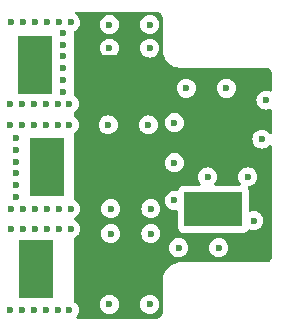
<source format=gbr>
%TF.GenerationSoftware,KiCad,Pcbnew,8.0.7*%
%TF.CreationDate,2025-04-11T01:52:17-04:00*%
%TF.ProjectId,1M_3F,314d5f33-462e-46b6-9963-61645f706362,rev?*%
%TF.SameCoordinates,Original*%
%TF.FileFunction,Copper,L5,Inr*%
%TF.FilePolarity,Positive*%
%FSLAX46Y46*%
G04 Gerber Fmt 4.6, Leading zero omitted, Abs format (unit mm)*
G04 Created by KiCad (PCBNEW 8.0.7) date 2025-04-11 01:52:17*
%MOMM*%
%LPD*%
G01*
G04 APERTURE LIST*
%TA.AperFunction,ComponentPad*%
%ADD10R,3.000000X5.000000*%
%TD*%
%TA.AperFunction,ComponentPad*%
%ADD11R,5.000000X3.000000*%
%TD*%
%TA.AperFunction,ViaPad*%
%ADD12C,0.600000*%
%TD*%
G04 APERTURE END LIST*
D10*
%TO.N,Net-(J1-Pin_1)*%
%TO.C,J1*%
X97207100Y-47653300D03*
D11*
%TO.N,GND*%
X102844600Y-47040800D03*
%TD*%
D10*
%TO.N,Net-(J1-Pin_1)*%
%TO.C,J3*%
X96275000Y-56262500D03*
D11*
%TO.N,GND*%
X102912500Y-56875000D03*
%TD*%
%TO.N,Net-(J1-Pin_1)*%
%TO.C,J4*%
X111287500Y-51247500D03*
D10*
%TO.N,GND*%
X111900000Y-44610000D03*
%TD*%
%TO.N,Net-(J1-Pin_1)*%
%TO.C,J2*%
X96200000Y-39050000D03*
D11*
%TO.N,GND*%
X102837500Y-39662500D03*
%TD*%
D12*
%TO.N,GND*%
X114100000Y-54500000D03*
%TO.N,Net-(J1-Pin_1)*%
X108350000Y-54500000D03*
X111750000Y-54500000D03*
%TO.N,GND*%
X110100000Y-54500000D03*
X110750000Y-41000000D03*
X100800000Y-59300000D03*
X112500000Y-48500000D03*
X104200000Y-35600000D03*
X104300000Y-51200000D03*
X104100000Y-44100000D03*
X100700000Y-44100000D03*
X100900000Y-51200000D03*
X104300000Y-53300000D03*
X108000000Y-52200000D03*
X100800000Y-35600000D03*
X115400000Y-47000000D03*
X104200000Y-37600000D03*
X108000000Y-42200000D03*
X108000000Y-45600000D03*
X104200000Y-59300000D03*
X100800000Y-37600000D03*
X114700000Y-50500000D03*
X109100000Y-48500000D03*
X100900000Y-53300000D03*
X115400000Y-43600000D03*
X114750000Y-41000000D03*
%TO.N,Net-(J1-Pin_1)*%
X94600000Y-46200000D03*
X94600000Y-50200000D03*
X95100000Y-42300000D03*
X108000000Y-50500000D03*
X97200000Y-52900000D03*
X98600000Y-38300000D03*
X96100000Y-59800000D03*
X99200000Y-35400000D03*
X102600000Y-53300000D03*
X115400000Y-45300000D03*
X95200000Y-52900000D03*
X94200000Y-51200000D03*
X95100000Y-44100000D03*
X99200000Y-51200000D03*
X94600000Y-45200000D03*
X98100000Y-42300000D03*
X115750000Y-42000000D03*
X108000000Y-47300000D03*
X112400000Y-41000000D03*
X95200000Y-35400000D03*
X102600000Y-51200000D03*
X99100000Y-44100000D03*
X102400000Y-44100000D03*
X98100000Y-44100000D03*
X99100000Y-42300000D03*
X96200000Y-52900000D03*
X97200000Y-35400000D03*
X108000000Y-43900000D03*
X97200000Y-51200000D03*
X96200000Y-35400000D03*
X94200000Y-52900000D03*
X99100000Y-59800000D03*
X94100000Y-59800000D03*
X99200000Y-52900000D03*
X105900000Y-37600000D03*
X98600000Y-36300000D03*
X110800000Y-48500000D03*
X98600000Y-39300000D03*
X102500000Y-35600000D03*
X96100000Y-42300000D03*
X98200000Y-35400000D03*
X98600000Y-40300000D03*
X98600000Y-37300000D03*
X102500000Y-59300000D03*
X94100000Y-44100000D03*
X106000000Y-51200000D03*
X98100000Y-59800000D03*
X94600000Y-49200000D03*
X105800000Y-44100000D03*
X94100000Y-42300000D03*
X97100000Y-44100000D03*
X109000000Y-41000000D03*
X105900000Y-59300000D03*
X95100000Y-59800000D03*
X96100000Y-44100000D03*
X114700000Y-52200000D03*
X97100000Y-59800000D03*
X97100000Y-42300000D03*
X114200000Y-48500000D03*
X94600000Y-47200000D03*
X106000000Y-53300000D03*
X98200000Y-52900000D03*
X94600000Y-48200000D03*
X95200000Y-51200000D03*
X96200000Y-51200000D03*
X98200000Y-51200000D03*
X102500000Y-37600000D03*
X105900000Y-35600000D03*
X98600000Y-41300000D03*
X94200000Y-35400000D03*
%TD*%
%TA.AperFunction,Conductor*%
%TO.N,GND*%
G36*
X106506922Y-34501280D02*
G01*
X106597266Y-34511459D01*
X106624331Y-34517636D01*
X106703540Y-34545352D01*
X106728553Y-34557398D01*
X106799606Y-34602043D01*
X106821313Y-34619355D01*
X106880644Y-34678686D01*
X106897957Y-34700395D01*
X106942600Y-34771444D01*
X106954648Y-34796462D01*
X106982362Y-34875666D01*
X106988540Y-34902735D01*
X106998720Y-34993076D01*
X106999500Y-35006961D01*
X106999500Y-37857317D01*
X107030044Y-38069764D01*
X107030047Y-38069774D01*
X107090517Y-38275715D01*
X107179672Y-38470938D01*
X107179679Y-38470951D01*
X107295720Y-38651514D01*
X107436275Y-38813724D01*
X107560277Y-38921172D01*
X107598487Y-38954281D01*
X107714831Y-39029050D01*
X107779048Y-39070320D01*
X107779061Y-39070327D01*
X107974284Y-39159482D01*
X107974288Y-39159483D01*
X107974290Y-39159484D01*
X108180231Y-39219954D01*
X108180232Y-39219954D01*
X108180235Y-39219955D01*
X108243584Y-39229062D01*
X108392682Y-39250500D01*
X108434108Y-39250500D01*
X115684108Y-39250500D01*
X115743038Y-39250500D01*
X115756922Y-39251280D01*
X115847266Y-39261459D01*
X115874331Y-39267636D01*
X115953540Y-39295352D01*
X115978553Y-39307398D01*
X116049606Y-39352043D01*
X116071313Y-39369355D01*
X116130644Y-39428686D01*
X116147957Y-39450395D01*
X116192600Y-39521444D01*
X116204648Y-39546462D01*
X116232362Y-39625666D01*
X116238540Y-39652735D01*
X116248720Y-39743076D01*
X116249500Y-39756961D01*
X116249500Y-41151928D01*
X116229815Y-41218967D01*
X116177011Y-41264722D01*
X116107853Y-41274666D01*
X116084546Y-41268970D01*
X115929257Y-41214632D01*
X115929249Y-41214630D01*
X115750004Y-41194435D01*
X115749996Y-41194435D01*
X115570750Y-41214630D01*
X115570745Y-41214631D01*
X115400476Y-41274211D01*
X115247737Y-41370184D01*
X115120184Y-41497737D01*
X115024211Y-41650476D01*
X114964631Y-41820745D01*
X114964630Y-41820750D01*
X114944435Y-41999996D01*
X114944435Y-42000003D01*
X114964630Y-42179249D01*
X114964631Y-42179254D01*
X115024211Y-42349523D01*
X115105724Y-42479249D01*
X115120184Y-42502262D01*
X115247738Y-42629816D01*
X115400478Y-42725789D01*
X115570739Y-42785366D01*
X115570745Y-42785368D01*
X115570750Y-42785369D01*
X115749996Y-42805565D01*
X115750000Y-42805565D01*
X115750004Y-42805565D01*
X115929249Y-42785369D01*
X115929251Y-42785368D01*
X115929255Y-42785368D01*
X115929258Y-42785366D01*
X115929262Y-42785366D01*
X116084545Y-42731030D01*
X116154324Y-42727468D01*
X116214951Y-42762196D01*
X116247179Y-42824190D01*
X116249500Y-42848071D01*
X116249500Y-44718841D01*
X116229815Y-44785880D01*
X116177011Y-44831635D01*
X116107853Y-44841579D01*
X116044297Y-44812554D01*
X116034770Y-44802631D01*
X116034740Y-44802662D01*
X115902262Y-44670184D01*
X115749523Y-44574211D01*
X115579254Y-44514631D01*
X115579249Y-44514630D01*
X115400004Y-44494435D01*
X115399996Y-44494435D01*
X115220750Y-44514630D01*
X115220745Y-44514631D01*
X115050476Y-44574211D01*
X114897737Y-44670184D01*
X114770184Y-44797737D01*
X114674211Y-44950476D01*
X114614631Y-45120745D01*
X114614630Y-45120750D01*
X114594435Y-45299996D01*
X114594435Y-45300003D01*
X114614630Y-45479249D01*
X114614631Y-45479254D01*
X114674211Y-45649523D01*
X114744166Y-45760855D01*
X114770184Y-45802262D01*
X114897738Y-45929816D01*
X115050478Y-46025789D01*
X115220745Y-46085368D01*
X115220750Y-46085369D01*
X115399996Y-46105565D01*
X115400000Y-46105565D01*
X115400004Y-46105565D01*
X115579249Y-46085369D01*
X115579252Y-46085368D01*
X115579255Y-46085368D01*
X115749522Y-46025789D01*
X115902262Y-45929816D01*
X116029816Y-45802262D01*
X116029816Y-45802261D01*
X116034740Y-45797338D01*
X116036011Y-45798609D01*
X116085740Y-45763705D01*
X116155552Y-45760855D01*
X116215822Y-45796200D01*
X116247416Y-45858518D01*
X116249500Y-45881158D01*
X116249500Y-55243038D01*
X116248720Y-55256923D01*
X116238540Y-55347264D01*
X116232362Y-55374333D01*
X116204648Y-55453537D01*
X116192600Y-55478555D01*
X116147957Y-55549604D01*
X116130644Y-55571313D01*
X116071313Y-55630644D01*
X116049604Y-55647957D01*
X115978555Y-55692600D01*
X115953537Y-55704648D01*
X115874333Y-55732362D01*
X115847264Y-55738540D01*
X115767075Y-55747576D01*
X115756921Y-55748720D01*
X115743038Y-55749500D01*
X108392682Y-55749500D01*
X108180235Y-55780044D01*
X108180225Y-55780047D01*
X107974284Y-55840517D01*
X107779061Y-55929672D01*
X107779048Y-55929679D01*
X107598485Y-56045720D01*
X107436275Y-56186275D01*
X107295720Y-56348485D01*
X107179679Y-56529048D01*
X107179672Y-56529061D01*
X107090517Y-56724284D01*
X107030047Y-56930225D01*
X107030044Y-56930235D01*
X106999500Y-57142682D01*
X106999500Y-59993038D01*
X106998720Y-60006923D01*
X106988540Y-60097264D01*
X106982362Y-60124333D01*
X106954648Y-60203537D01*
X106942600Y-60228555D01*
X106897957Y-60299604D01*
X106880644Y-60321313D01*
X106821313Y-60380644D01*
X106799604Y-60397957D01*
X106728555Y-60442600D01*
X106703537Y-60454648D01*
X106624333Y-60482362D01*
X106597264Y-60488540D01*
X106517075Y-60497576D01*
X106506921Y-60498720D01*
X106493038Y-60499500D01*
X99830012Y-60499500D01*
X99762973Y-60479815D01*
X99717218Y-60427011D01*
X99707274Y-60357853D01*
X99728194Y-60309467D01*
X99726111Y-60308158D01*
X99776129Y-60228555D01*
X99825789Y-60149522D01*
X99885368Y-59979255D01*
X99890455Y-59934108D01*
X99905565Y-59800003D01*
X99905565Y-59799996D01*
X99885369Y-59620750D01*
X99885368Y-59620745D01*
X99825789Y-59450478D01*
X99731235Y-59299996D01*
X101694435Y-59299996D01*
X101694435Y-59300003D01*
X101714630Y-59479249D01*
X101714631Y-59479254D01*
X101774211Y-59649523D01*
X101868760Y-59799996D01*
X101870184Y-59802262D01*
X101997738Y-59929816D01*
X102150478Y-60025789D01*
X102320745Y-60085368D01*
X102320750Y-60085369D01*
X102499996Y-60105565D01*
X102500000Y-60105565D01*
X102500004Y-60105565D01*
X102679249Y-60085369D01*
X102679252Y-60085368D01*
X102679255Y-60085368D01*
X102849522Y-60025789D01*
X103002262Y-59929816D01*
X103129816Y-59802262D01*
X103225789Y-59649522D01*
X103285368Y-59479255D01*
X103285369Y-59479249D01*
X103305565Y-59300003D01*
X103305565Y-59299996D01*
X105094435Y-59299996D01*
X105094435Y-59300003D01*
X105114630Y-59479249D01*
X105114631Y-59479254D01*
X105174211Y-59649523D01*
X105268760Y-59799996D01*
X105270184Y-59802262D01*
X105397738Y-59929816D01*
X105550478Y-60025789D01*
X105720745Y-60085368D01*
X105720750Y-60085369D01*
X105899996Y-60105565D01*
X105900000Y-60105565D01*
X105900004Y-60105565D01*
X106079249Y-60085369D01*
X106079252Y-60085368D01*
X106079255Y-60085368D01*
X106249522Y-60025789D01*
X106402262Y-59929816D01*
X106529816Y-59802262D01*
X106625789Y-59649522D01*
X106685368Y-59479255D01*
X106685369Y-59479249D01*
X106705565Y-59300003D01*
X106705565Y-59299996D01*
X106685369Y-59120750D01*
X106685368Y-59120745D01*
X106669085Y-59074211D01*
X106625789Y-58950478D01*
X106529816Y-58797738D01*
X106402262Y-58670184D01*
X106249523Y-58574211D01*
X106079254Y-58514631D01*
X106079249Y-58514630D01*
X105900004Y-58494435D01*
X105899996Y-58494435D01*
X105720750Y-58514630D01*
X105720745Y-58514631D01*
X105550476Y-58574211D01*
X105397737Y-58670184D01*
X105270184Y-58797737D01*
X105174211Y-58950476D01*
X105114631Y-59120745D01*
X105114630Y-59120750D01*
X105094435Y-59299996D01*
X103305565Y-59299996D01*
X103285369Y-59120750D01*
X103285368Y-59120745D01*
X103269085Y-59074211D01*
X103225789Y-58950478D01*
X103129816Y-58797738D01*
X103002262Y-58670184D01*
X102849523Y-58574211D01*
X102679254Y-58514631D01*
X102679249Y-58514630D01*
X102500004Y-58494435D01*
X102499996Y-58494435D01*
X102320750Y-58514630D01*
X102320745Y-58514631D01*
X102150476Y-58574211D01*
X101997737Y-58670184D01*
X101870184Y-58797737D01*
X101774211Y-58950476D01*
X101714631Y-59120745D01*
X101714630Y-59120750D01*
X101694435Y-59299996D01*
X99731235Y-59299996D01*
X99729816Y-59297738D01*
X99602262Y-59170184D01*
X99602260Y-59170182D01*
X99602258Y-59170181D01*
X99558027Y-59142388D01*
X99511736Y-59090053D01*
X99500000Y-59037395D01*
X99500000Y-54499996D01*
X107544435Y-54499996D01*
X107544435Y-54500003D01*
X107564630Y-54679249D01*
X107564631Y-54679254D01*
X107624211Y-54849523D01*
X107720184Y-55002262D01*
X107847738Y-55129816D01*
X108000478Y-55225789D01*
X108089454Y-55256923D01*
X108170745Y-55285368D01*
X108170750Y-55285369D01*
X108349996Y-55305565D01*
X108350000Y-55305565D01*
X108350004Y-55305565D01*
X108529249Y-55285369D01*
X108529252Y-55285368D01*
X108529255Y-55285368D01*
X108699522Y-55225789D01*
X108852262Y-55129816D01*
X108979816Y-55002262D01*
X109075789Y-54849522D01*
X109135368Y-54679255D01*
X109155565Y-54500000D01*
X109155565Y-54499996D01*
X110944435Y-54499996D01*
X110944435Y-54500003D01*
X110964630Y-54679249D01*
X110964631Y-54679254D01*
X111024211Y-54849523D01*
X111120184Y-55002262D01*
X111247738Y-55129816D01*
X111400478Y-55225789D01*
X111489454Y-55256923D01*
X111570745Y-55285368D01*
X111570750Y-55285369D01*
X111749996Y-55305565D01*
X111750000Y-55305565D01*
X111750004Y-55305565D01*
X111929249Y-55285369D01*
X111929252Y-55285368D01*
X111929255Y-55285368D01*
X112099522Y-55225789D01*
X112252262Y-55129816D01*
X112379816Y-55002262D01*
X112475789Y-54849522D01*
X112535368Y-54679255D01*
X112555565Y-54500000D01*
X112535368Y-54320745D01*
X112475789Y-54150478D01*
X112379816Y-53997738D01*
X112252262Y-53870184D01*
X112099523Y-53774211D01*
X111929254Y-53714631D01*
X111929249Y-53714630D01*
X111750004Y-53694435D01*
X111749996Y-53694435D01*
X111570750Y-53714630D01*
X111570745Y-53714631D01*
X111400476Y-53774211D01*
X111247737Y-53870184D01*
X111120184Y-53997737D01*
X111024211Y-54150476D01*
X110964631Y-54320745D01*
X110964630Y-54320750D01*
X110944435Y-54499996D01*
X109155565Y-54499996D01*
X109135368Y-54320745D01*
X109075789Y-54150478D01*
X108979816Y-53997738D01*
X108852262Y-53870184D01*
X108699523Y-53774211D01*
X108529254Y-53714631D01*
X108529249Y-53714630D01*
X108350004Y-53694435D01*
X108349996Y-53694435D01*
X108170750Y-53714630D01*
X108170745Y-53714631D01*
X108000476Y-53774211D01*
X107847737Y-53870184D01*
X107720184Y-53997737D01*
X107624211Y-54150476D01*
X107564631Y-54320745D01*
X107564630Y-54320750D01*
X107544435Y-54499996D01*
X99500000Y-54499996D01*
X99500000Y-53725437D01*
X99519685Y-53658398D01*
X99558024Y-53620446D01*
X99702262Y-53529816D01*
X99829816Y-53402262D01*
X99894074Y-53299996D01*
X101794435Y-53299996D01*
X101794435Y-53300003D01*
X101814630Y-53479249D01*
X101814631Y-53479254D01*
X101874211Y-53649523D01*
X101952558Y-53774211D01*
X101970184Y-53802262D01*
X102097738Y-53929816D01*
X102188080Y-53986582D01*
X102205833Y-53997737D01*
X102250478Y-54025789D01*
X102420745Y-54085368D01*
X102420750Y-54085369D01*
X102599996Y-54105565D01*
X102600000Y-54105565D01*
X102600004Y-54105565D01*
X102779249Y-54085369D01*
X102779252Y-54085368D01*
X102779255Y-54085368D01*
X102949522Y-54025789D01*
X103102262Y-53929816D01*
X103229816Y-53802262D01*
X103325789Y-53649522D01*
X103385368Y-53479255D01*
X103405565Y-53300000D01*
X103405565Y-53299996D01*
X105194435Y-53299996D01*
X105194435Y-53300003D01*
X105214630Y-53479249D01*
X105214631Y-53479254D01*
X105274211Y-53649523D01*
X105352558Y-53774211D01*
X105370184Y-53802262D01*
X105497738Y-53929816D01*
X105588080Y-53986582D01*
X105605833Y-53997737D01*
X105650478Y-54025789D01*
X105820745Y-54085368D01*
X105820750Y-54085369D01*
X105999996Y-54105565D01*
X106000000Y-54105565D01*
X106000004Y-54105565D01*
X106179249Y-54085369D01*
X106179252Y-54085368D01*
X106179255Y-54085368D01*
X106349522Y-54025789D01*
X106502262Y-53929816D01*
X106629816Y-53802262D01*
X106725789Y-53649522D01*
X106785368Y-53479255D01*
X106805565Y-53300000D01*
X106799706Y-53248000D01*
X106785369Y-53120750D01*
X106785368Y-53120745D01*
X106745065Y-53005565D01*
X106725789Y-52950478D01*
X106721734Y-52944025D01*
X106629815Y-52797737D01*
X106502262Y-52670184D01*
X106349523Y-52574211D01*
X106179254Y-52514631D01*
X106179249Y-52514630D01*
X106000004Y-52494435D01*
X105999996Y-52494435D01*
X105820750Y-52514630D01*
X105820745Y-52514631D01*
X105650476Y-52574211D01*
X105497737Y-52670184D01*
X105370184Y-52797737D01*
X105274211Y-52950476D01*
X105214631Y-53120745D01*
X105214630Y-53120750D01*
X105194435Y-53299996D01*
X103405565Y-53299996D01*
X103399706Y-53248000D01*
X103385369Y-53120750D01*
X103385368Y-53120745D01*
X103345065Y-53005565D01*
X103325789Y-52950478D01*
X103321734Y-52944025D01*
X103229815Y-52797737D01*
X103102262Y-52670184D01*
X102949523Y-52574211D01*
X102779254Y-52514631D01*
X102779249Y-52514630D01*
X102600004Y-52494435D01*
X102599996Y-52494435D01*
X102420750Y-52514630D01*
X102420745Y-52514631D01*
X102250476Y-52574211D01*
X102097737Y-52670184D01*
X101970184Y-52797737D01*
X101874211Y-52950476D01*
X101814631Y-53120745D01*
X101814630Y-53120750D01*
X101794435Y-53299996D01*
X99894074Y-53299996D01*
X99925789Y-53249522D01*
X99985368Y-53079255D01*
X99995444Y-52989828D01*
X100005565Y-52900003D01*
X100005565Y-52899996D01*
X99985369Y-52720750D01*
X99985368Y-52720745D01*
X99925789Y-52550478D01*
X99925188Y-52549522D01*
X99829815Y-52397737D01*
X99702260Y-52270182D01*
X99558027Y-52179554D01*
X99511737Y-52127220D01*
X99500000Y-52074561D01*
X99500000Y-52025437D01*
X99519685Y-51958398D01*
X99558024Y-51920446D01*
X99702262Y-51829816D01*
X99829816Y-51702262D01*
X99925789Y-51549522D01*
X99985368Y-51379255D01*
X99995564Y-51288764D01*
X100005565Y-51200003D01*
X100005565Y-51199996D01*
X101794435Y-51199996D01*
X101794435Y-51200003D01*
X101814630Y-51379249D01*
X101814631Y-51379254D01*
X101874211Y-51549523D01*
X101967341Y-51697737D01*
X101970184Y-51702262D01*
X102097738Y-51829816D01*
X102250478Y-51925789D01*
X102420745Y-51985368D01*
X102420750Y-51985369D01*
X102599996Y-52005565D01*
X102600000Y-52005565D01*
X102600004Y-52005565D01*
X102779249Y-51985369D01*
X102779252Y-51985368D01*
X102779255Y-51985368D01*
X102949522Y-51925789D01*
X103102262Y-51829816D01*
X103229816Y-51702262D01*
X103325789Y-51549522D01*
X103385368Y-51379255D01*
X103395564Y-51288764D01*
X103405565Y-51200003D01*
X103405565Y-51199996D01*
X105194435Y-51199996D01*
X105194435Y-51200003D01*
X105214630Y-51379249D01*
X105214631Y-51379254D01*
X105274211Y-51549523D01*
X105367341Y-51697737D01*
X105370184Y-51702262D01*
X105497738Y-51829816D01*
X105650478Y-51925789D01*
X105820745Y-51985368D01*
X105820750Y-51985369D01*
X105999996Y-52005565D01*
X106000000Y-52005565D01*
X106000004Y-52005565D01*
X106179249Y-51985369D01*
X106179252Y-51985368D01*
X106179255Y-51985368D01*
X106349522Y-51925789D01*
X106502262Y-51829816D01*
X106629816Y-51702262D01*
X106725789Y-51549522D01*
X106785368Y-51379255D01*
X106795564Y-51288764D01*
X106805565Y-51200003D01*
X106805565Y-51199996D01*
X106785369Y-51020750D01*
X106785368Y-51020745D01*
X106725789Y-50850478D01*
X106725188Y-50849522D01*
X106629815Y-50697737D01*
X106502262Y-50570184D01*
X106390559Y-50499996D01*
X107194435Y-50499996D01*
X107194435Y-50500003D01*
X107214630Y-50679249D01*
X107214631Y-50679254D01*
X107274211Y-50849523D01*
X107370184Y-51002262D01*
X107497738Y-51129816D01*
X107650478Y-51225789D01*
X107712999Y-51247666D01*
X107820745Y-51285368D01*
X107820750Y-51285369D01*
X107999996Y-51305565D01*
X108000000Y-51305565D01*
X108000003Y-51305565D01*
X108149116Y-51288764D01*
X108217938Y-51300818D01*
X108269318Y-51348167D01*
X108287000Y-51411984D01*
X108287000Y-52795370D01*
X108287001Y-52795376D01*
X108293408Y-52854983D01*
X108343702Y-52989828D01*
X108343706Y-52989835D01*
X108429952Y-53105044D01*
X108429955Y-53105047D01*
X108545164Y-53191293D01*
X108545171Y-53191297D01*
X108680017Y-53241591D01*
X108680016Y-53241591D01*
X108686944Y-53242335D01*
X108739627Y-53248000D01*
X113835372Y-53247999D01*
X113894983Y-53241591D01*
X114029831Y-53191296D01*
X114145046Y-53105046D01*
X114219518Y-53005565D01*
X114236612Y-52982731D01*
X114238566Y-52984194D01*
X114278731Y-52944025D01*
X114347003Y-52929168D01*
X114379120Y-52935812D01*
X114520737Y-52985366D01*
X114520743Y-52985367D01*
X114520745Y-52985368D01*
X114520746Y-52985368D01*
X114520750Y-52985369D01*
X114699996Y-53005565D01*
X114700000Y-53005565D01*
X114700004Y-53005565D01*
X114879249Y-52985369D01*
X114879252Y-52985368D01*
X114879255Y-52985368D01*
X115049522Y-52925789D01*
X115202262Y-52829816D01*
X115329816Y-52702262D01*
X115425789Y-52549522D01*
X115485368Y-52379255D01*
X115485369Y-52379249D01*
X115505565Y-52200003D01*
X115505565Y-52199996D01*
X115485369Y-52020750D01*
X115485368Y-52020745D01*
X115425788Y-51850476D01*
X115386582Y-51788080D01*
X115329816Y-51697738D01*
X115202262Y-51570184D01*
X115169379Y-51549522D01*
X115049523Y-51474211D01*
X114879254Y-51414631D01*
X114879249Y-51414630D01*
X114700004Y-51394435D01*
X114699996Y-51394435D01*
X114520750Y-51414630D01*
X114520742Y-51414632D01*
X114452953Y-51438353D01*
X114383175Y-51441914D01*
X114322547Y-51407185D01*
X114290320Y-51345192D01*
X114287999Y-51321311D01*
X114287999Y-49699629D01*
X114287998Y-49699623D01*
X114287440Y-49694435D01*
X114281591Y-49640017D01*
X114279062Y-49633237D01*
X114231297Y-49505171D01*
X114231296Y-49505169D01*
X114220788Y-49491132D01*
X114196372Y-49425667D01*
X114211224Y-49357394D01*
X114260630Y-49307989D01*
X114306173Y-49293602D01*
X114331759Y-49290719D01*
X114379249Y-49285369D01*
X114379252Y-49285368D01*
X114379255Y-49285368D01*
X114549522Y-49225789D01*
X114702262Y-49129816D01*
X114829816Y-49002262D01*
X114925789Y-48849522D01*
X114985368Y-48679255D01*
X115005565Y-48500000D01*
X114985368Y-48320745D01*
X114925789Y-48150478D01*
X114829816Y-47997738D01*
X114702262Y-47870184D01*
X114549523Y-47774211D01*
X114379254Y-47714631D01*
X114379249Y-47714630D01*
X114200004Y-47694435D01*
X114199996Y-47694435D01*
X114020750Y-47714630D01*
X114020745Y-47714631D01*
X113850476Y-47774211D01*
X113697737Y-47870184D01*
X113570184Y-47997737D01*
X113474211Y-48150476D01*
X113414631Y-48320745D01*
X113414630Y-48320750D01*
X113394435Y-48499996D01*
X113394435Y-48500003D01*
X113414630Y-48679249D01*
X113414631Y-48679254D01*
X113474211Y-48849523D01*
X113570184Y-49002262D01*
X113603241Y-49035319D01*
X113636726Y-49096642D01*
X113631742Y-49166334D01*
X113589870Y-49222267D01*
X113524406Y-49246684D01*
X113515560Y-49247000D01*
X111484440Y-49247000D01*
X111417401Y-49227315D01*
X111371646Y-49174511D01*
X111361702Y-49105353D01*
X111390727Y-49041797D01*
X111396759Y-49035319D01*
X111429816Y-49002262D01*
X111525789Y-48849522D01*
X111585368Y-48679255D01*
X111605565Y-48500000D01*
X111585368Y-48320745D01*
X111525789Y-48150478D01*
X111429816Y-47997738D01*
X111302262Y-47870184D01*
X111149523Y-47774211D01*
X110979254Y-47714631D01*
X110979249Y-47714630D01*
X110800004Y-47694435D01*
X110799996Y-47694435D01*
X110620750Y-47714630D01*
X110620745Y-47714631D01*
X110450476Y-47774211D01*
X110297737Y-47870184D01*
X110170184Y-47997737D01*
X110074211Y-48150476D01*
X110014631Y-48320745D01*
X110014630Y-48320750D01*
X109994435Y-48499996D01*
X109994435Y-48500003D01*
X110014630Y-48679249D01*
X110014631Y-48679254D01*
X110074211Y-48849523D01*
X110170184Y-49002262D01*
X110203241Y-49035319D01*
X110236726Y-49096642D01*
X110231742Y-49166334D01*
X110189870Y-49222267D01*
X110124406Y-49246684D01*
X110115560Y-49247000D01*
X108739629Y-49247000D01*
X108739623Y-49247001D01*
X108680016Y-49253408D01*
X108545171Y-49303702D01*
X108545164Y-49303706D01*
X108429955Y-49389952D01*
X108429952Y-49389955D01*
X108343706Y-49505164D01*
X108343703Y-49505169D01*
X108295937Y-49633237D01*
X108254065Y-49689170D01*
X108188601Y-49713587D01*
X108165872Y-49713123D01*
X108000004Y-49694435D01*
X107999996Y-49694435D01*
X107820750Y-49714630D01*
X107820745Y-49714631D01*
X107650476Y-49774211D01*
X107497737Y-49870184D01*
X107370184Y-49997737D01*
X107274211Y-50150476D01*
X107214631Y-50320745D01*
X107214630Y-50320750D01*
X107194435Y-50499996D01*
X106390559Y-50499996D01*
X106349523Y-50474211D01*
X106179254Y-50414631D01*
X106179249Y-50414630D01*
X106000004Y-50394435D01*
X105999996Y-50394435D01*
X105820750Y-50414630D01*
X105820745Y-50414631D01*
X105650476Y-50474211D01*
X105497737Y-50570184D01*
X105370184Y-50697737D01*
X105274211Y-50850476D01*
X105214631Y-51020745D01*
X105214630Y-51020750D01*
X105194435Y-51199996D01*
X103405565Y-51199996D01*
X103385369Y-51020750D01*
X103385368Y-51020745D01*
X103325789Y-50850478D01*
X103325188Y-50849522D01*
X103229815Y-50697737D01*
X103102262Y-50570184D01*
X102949523Y-50474211D01*
X102779254Y-50414631D01*
X102779249Y-50414630D01*
X102600004Y-50394435D01*
X102599996Y-50394435D01*
X102420750Y-50414630D01*
X102420745Y-50414631D01*
X102250476Y-50474211D01*
X102097737Y-50570184D01*
X101970184Y-50697737D01*
X101874211Y-50850476D01*
X101814631Y-51020745D01*
X101814630Y-51020750D01*
X101794435Y-51199996D01*
X100005565Y-51199996D01*
X99985369Y-51020750D01*
X99985368Y-51020745D01*
X99925789Y-50850478D01*
X99925188Y-50849522D01*
X99829815Y-50697737D01*
X99702260Y-50570182D01*
X99558027Y-50479554D01*
X99511737Y-50427220D01*
X99500000Y-50374561D01*
X99500000Y-47299996D01*
X107194435Y-47299996D01*
X107194435Y-47300003D01*
X107214630Y-47479249D01*
X107214631Y-47479254D01*
X107274211Y-47649523D01*
X107315122Y-47714632D01*
X107370184Y-47802262D01*
X107497738Y-47929816D01*
X107588080Y-47986582D01*
X107605833Y-47997737D01*
X107650478Y-48025789D01*
X107820745Y-48085368D01*
X107820750Y-48085369D01*
X107999996Y-48105565D01*
X108000000Y-48105565D01*
X108000004Y-48105565D01*
X108179249Y-48085369D01*
X108179252Y-48085368D01*
X108179255Y-48085368D01*
X108349522Y-48025789D01*
X108502262Y-47929816D01*
X108629816Y-47802262D01*
X108725789Y-47649522D01*
X108785368Y-47479255D01*
X108805565Y-47300000D01*
X108785368Y-47120745D01*
X108725789Y-46950478D01*
X108629816Y-46797738D01*
X108502262Y-46670184D01*
X108349523Y-46574211D01*
X108179254Y-46514631D01*
X108179249Y-46514630D01*
X108000004Y-46494435D01*
X107999996Y-46494435D01*
X107820750Y-46514630D01*
X107820745Y-46514631D01*
X107650476Y-46574211D01*
X107497737Y-46670184D01*
X107370184Y-46797737D01*
X107274211Y-46950476D01*
X107214631Y-47120745D01*
X107214630Y-47120750D01*
X107194435Y-47299996D01*
X99500000Y-47299996D01*
X99500000Y-44862603D01*
X99519685Y-44795564D01*
X99558024Y-44757612D01*
X99602262Y-44729816D01*
X99729816Y-44602262D01*
X99825789Y-44449522D01*
X99885368Y-44279255D01*
X99905565Y-44100000D01*
X99905565Y-44099996D01*
X101594435Y-44099996D01*
X101594435Y-44100003D01*
X101614630Y-44279249D01*
X101614631Y-44279254D01*
X101674211Y-44449523D01*
X101715122Y-44514632D01*
X101770184Y-44602262D01*
X101897738Y-44729816D01*
X101941969Y-44757608D01*
X102029414Y-44812554D01*
X102050478Y-44825789D01*
X102220745Y-44885368D01*
X102220750Y-44885369D01*
X102399996Y-44905565D01*
X102400000Y-44905565D01*
X102400004Y-44905565D01*
X102579249Y-44885369D01*
X102579252Y-44885368D01*
X102579255Y-44885368D01*
X102749522Y-44825789D01*
X102902262Y-44729816D01*
X103029816Y-44602262D01*
X103125789Y-44449522D01*
X103185368Y-44279255D01*
X103205565Y-44100000D01*
X103205565Y-44099996D01*
X104994435Y-44099996D01*
X104994435Y-44100003D01*
X105014630Y-44279249D01*
X105014631Y-44279254D01*
X105074211Y-44449523D01*
X105115122Y-44514632D01*
X105170184Y-44602262D01*
X105297738Y-44729816D01*
X105341969Y-44757608D01*
X105429414Y-44812554D01*
X105450478Y-44825789D01*
X105620745Y-44885368D01*
X105620750Y-44885369D01*
X105799996Y-44905565D01*
X105800000Y-44905565D01*
X105800004Y-44905565D01*
X105979249Y-44885369D01*
X105979252Y-44885368D01*
X105979255Y-44885368D01*
X106149522Y-44825789D01*
X106302262Y-44729816D01*
X106429816Y-44602262D01*
X106525789Y-44449522D01*
X106585368Y-44279255D01*
X106605565Y-44100000D01*
X106585368Y-43920745D01*
X106578108Y-43899996D01*
X107194435Y-43899996D01*
X107194435Y-43900003D01*
X107214630Y-44079249D01*
X107214631Y-44079254D01*
X107274211Y-44249523D01*
X107370184Y-44402262D01*
X107497738Y-44529816D01*
X107650478Y-44625789D01*
X107777352Y-44670184D01*
X107820745Y-44685368D01*
X107820750Y-44685369D01*
X107999996Y-44705565D01*
X108000000Y-44705565D01*
X108000004Y-44705565D01*
X108179249Y-44685369D01*
X108179252Y-44685368D01*
X108179255Y-44685368D01*
X108349522Y-44625789D01*
X108502262Y-44529816D01*
X108629816Y-44402262D01*
X108725789Y-44249522D01*
X108785368Y-44079255D01*
X108805565Y-43900000D01*
X108788718Y-43750478D01*
X108785369Y-43720750D01*
X108785368Y-43720745D01*
X108742326Y-43597738D01*
X108725789Y-43550478D01*
X108629816Y-43397738D01*
X108502262Y-43270184D01*
X108349523Y-43174211D01*
X108179254Y-43114631D01*
X108179249Y-43114630D01*
X108000004Y-43094435D01*
X107999996Y-43094435D01*
X107820750Y-43114630D01*
X107820745Y-43114631D01*
X107650476Y-43174211D01*
X107497737Y-43270184D01*
X107370184Y-43397737D01*
X107274211Y-43550476D01*
X107214631Y-43720745D01*
X107214630Y-43720750D01*
X107194435Y-43899996D01*
X106578108Y-43899996D01*
X106525789Y-43750478D01*
X106507106Y-43720745D01*
X106429815Y-43597737D01*
X106302262Y-43470184D01*
X106149523Y-43374211D01*
X105979254Y-43314631D01*
X105979249Y-43314630D01*
X105800004Y-43294435D01*
X105799996Y-43294435D01*
X105620750Y-43314630D01*
X105620745Y-43314631D01*
X105450476Y-43374211D01*
X105297737Y-43470184D01*
X105170184Y-43597737D01*
X105074211Y-43750476D01*
X105014631Y-43920745D01*
X105014630Y-43920750D01*
X104994435Y-44099996D01*
X103205565Y-44099996D01*
X103185368Y-43920745D01*
X103125789Y-43750478D01*
X103107106Y-43720745D01*
X103029815Y-43597737D01*
X102902262Y-43470184D01*
X102749523Y-43374211D01*
X102579254Y-43314631D01*
X102579249Y-43314630D01*
X102400004Y-43294435D01*
X102399996Y-43294435D01*
X102220750Y-43314630D01*
X102220745Y-43314631D01*
X102050476Y-43374211D01*
X101897737Y-43470184D01*
X101770184Y-43597737D01*
X101674211Y-43750476D01*
X101614631Y-43920745D01*
X101614630Y-43920750D01*
X101594435Y-44099996D01*
X99905565Y-44099996D01*
X99885368Y-43920745D01*
X99825789Y-43750478D01*
X99807106Y-43720745D01*
X99729815Y-43597737D01*
X99602260Y-43470182D01*
X99602258Y-43470181D01*
X99558027Y-43442388D01*
X99511736Y-43390053D01*
X99500000Y-43337395D01*
X99500000Y-43062603D01*
X99519685Y-42995564D01*
X99558024Y-42957612D01*
X99602262Y-42929816D01*
X99729816Y-42802262D01*
X99825789Y-42649522D01*
X99885368Y-42479255D01*
X99899985Y-42349523D01*
X99905565Y-42300003D01*
X99905565Y-42299996D01*
X99885369Y-42120750D01*
X99885368Y-42120745D01*
X99825789Y-41950478D01*
X99729816Y-41797738D01*
X99602262Y-41670184D01*
X99602260Y-41670182D01*
X99602258Y-41670181D01*
X99558027Y-41642388D01*
X99511736Y-41590053D01*
X99500000Y-41537395D01*
X99500000Y-40999996D01*
X108194435Y-40999996D01*
X108194435Y-41000003D01*
X108214630Y-41179249D01*
X108214631Y-41179254D01*
X108274211Y-41349523D01*
X108365266Y-41494435D01*
X108370184Y-41502262D01*
X108497738Y-41629816D01*
X108650478Y-41725789D01*
X108820745Y-41785368D01*
X108820750Y-41785369D01*
X108999996Y-41805565D01*
X109000000Y-41805565D01*
X109000004Y-41805565D01*
X109179249Y-41785369D01*
X109179252Y-41785368D01*
X109179255Y-41785368D01*
X109349522Y-41725789D01*
X109502262Y-41629816D01*
X109629816Y-41502262D01*
X109725789Y-41349522D01*
X109785368Y-41179255D01*
X109805565Y-41000000D01*
X109805565Y-40999996D01*
X111594435Y-40999996D01*
X111594435Y-41000003D01*
X111614630Y-41179249D01*
X111614631Y-41179254D01*
X111674211Y-41349523D01*
X111765266Y-41494435D01*
X111770184Y-41502262D01*
X111897738Y-41629816D01*
X112050478Y-41725789D01*
X112220745Y-41785368D01*
X112220750Y-41785369D01*
X112399996Y-41805565D01*
X112400000Y-41805565D01*
X112400004Y-41805565D01*
X112579249Y-41785369D01*
X112579252Y-41785368D01*
X112579255Y-41785368D01*
X112749522Y-41725789D01*
X112902262Y-41629816D01*
X113029816Y-41502262D01*
X113125789Y-41349522D01*
X113185368Y-41179255D01*
X113205565Y-41000000D01*
X113185368Y-40820745D01*
X113125789Y-40650478D01*
X113029816Y-40497738D01*
X112902262Y-40370184D01*
X112749523Y-40274211D01*
X112579254Y-40214631D01*
X112579249Y-40214630D01*
X112400004Y-40194435D01*
X112399996Y-40194435D01*
X112220750Y-40214630D01*
X112220745Y-40214631D01*
X112050476Y-40274211D01*
X111897737Y-40370184D01*
X111770184Y-40497737D01*
X111674211Y-40650476D01*
X111614631Y-40820745D01*
X111614630Y-40820750D01*
X111594435Y-40999996D01*
X109805565Y-40999996D01*
X109785368Y-40820745D01*
X109725789Y-40650478D01*
X109629816Y-40497738D01*
X109502262Y-40370184D01*
X109349523Y-40274211D01*
X109179254Y-40214631D01*
X109179249Y-40214630D01*
X109000004Y-40194435D01*
X108999996Y-40194435D01*
X108820750Y-40214630D01*
X108820745Y-40214631D01*
X108650476Y-40274211D01*
X108497737Y-40370184D01*
X108370184Y-40497737D01*
X108274211Y-40650476D01*
X108214631Y-40820745D01*
X108214630Y-40820750D01*
X108194435Y-40999996D01*
X99500000Y-40999996D01*
X99500000Y-37599996D01*
X101694435Y-37599996D01*
X101694435Y-37600003D01*
X101714630Y-37779249D01*
X101714631Y-37779254D01*
X101774211Y-37949523D01*
X101785020Y-37966725D01*
X101870184Y-38102262D01*
X101997738Y-38229816D01*
X102150478Y-38325789D01*
X102320745Y-38385368D01*
X102320750Y-38385369D01*
X102499996Y-38405565D01*
X102500000Y-38405565D01*
X102500004Y-38405565D01*
X102679249Y-38385369D01*
X102679252Y-38385368D01*
X102679255Y-38385368D01*
X102849522Y-38325789D01*
X103002262Y-38229816D01*
X103129816Y-38102262D01*
X103225789Y-37949522D01*
X103285368Y-37779255D01*
X103285369Y-37779249D01*
X103305565Y-37600003D01*
X103305565Y-37599996D01*
X105094435Y-37599996D01*
X105094435Y-37600003D01*
X105114630Y-37779249D01*
X105114631Y-37779254D01*
X105174211Y-37949523D01*
X105185020Y-37966725D01*
X105270184Y-38102262D01*
X105397738Y-38229816D01*
X105550478Y-38325789D01*
X105720745Y-38385368D01*
X105720750Y-38385369D01*
X105899996Y-38405565D01*
X105900000Y-38405565D01*
X105900004Y-38405565D01*
X106079249Y-38385369D01*
X106079252Y-38385368D01*
X106079255Y-38385368D01*
X106249522Y-38325789D01*
X106402262Y-38229816D01*
X106529816Y-38102262D01*
X106625789Y-37949522D01*
X106685368Y-37779255D01*
X106685369Y-37779249D01*
X106705565Y-37600003D01*
X106705565Y-37599996D01*
X106685369Y-37420750D01*
X106685368Y-37420745D01*
X106625788Y-37250476D01*
X106529815Y-37097737D01*
X106402262Y-36970184D01*
X106249523Y-36874211D01*
X106079254Y-36814631D01*
X106079249Y-36814630D01*
X105900004Y-36794435D01*
X105899996Y-36794435D01*
X105720750Y-36814630D01*
X105720745Y-36814631D01*
X105550476Y-36874211D01*
X105397737Y-36970184D01*
X105270184Y-37097737D01*
X105174211Y-37250476D01*
X105114631Y-37420745D01*
X105114630Y-37420750D01*
X105094435Y-37599996D01*
X103305565Y-37599996D01*
X103285369Y-37420750D01*
X103285368Y-37420745D01*
X103225788Y-37250476D01*
X103129815Y-37097737D01*
X103002262Y-36970184D01*
X102849523Y-36874211D01*
X102679254Y-36814631D01*
X102679249Y-36814630D01*
X102500004Y-36794435D01*
X102499996Y-36794435D01*
X102320750Y-36814630D01*
X102320745Y-36814631D01*
X102150476Y-36874211D01*
X101997737Y-36970184D01*
X101870184Y-37097737D01*
X101774211Y-37250476D01*
X101714631Y-37420745D01*
X101714630Y-37420750D01*
X101694435Y-37599996D01*
X99500000Y-37599996D01*
X99500000Y-36225437D01*
X99519685Y-36158398D01*
X99558024Y-36120446D01*
X99702262Y-36029816D01*
X99829816Y-35902262D01*
X99925789Y-35749522D01*
X99978110Y-35599996D01*
X101694435Y-35599996D01*
X101694435Y-35600003D01*
X101714630Y-35779249D01*
X101714631Y-35779254D01*
X101774211Y-35949523D01*
X101824662Y-36029815D01*
X101870184Y-36102262D01*
X101997738Y-36229816D01*
X102150478Y-36325789D01*
X102320745Y-36385368D01*
X102320750Y-36385369D01*
X102499996Y-36405565D01*
X102500000Y-36405565D01*
X102500004Y-36405565D01*
X102679249Y-36385369D01*
X102679252Y-36385368D01*
X102679255Y-36385368D01*
X102849522Y-36325789D01*
X103002262Y-36229816D01*
X103129816Y-36102262D01*
X103225789Y-35949522D01*
X103285368Y-35779255D01*
X103305565Y-35600000D01*
X103305565Y-35599996D01*
X105094435Y-35599996D01*
X105094435Y-35600003D01*
X105114630Y-35779249D01*
X105114631Y-35779254D01*
X105174211Y-35949523D01*
X105224662Y-36029815D01*
X105270184Y-36102262D01*
X105397738Y-36229816D01*
X105550478Y-36325789D01*
X105720745Y-36385368D01*
X105720750Y-36385369D01*
X105899996Y-36405565D01*
X105900000Y-36405565D01*
X105900004Y-36405565D01*
X106079249Y-36385369D01*
X106079252Y-36385368D01*
X106079255Y-36385368D01*
X106249522Y-36325789D01*
X106402262Y-36229816D01*
X106529816Y-36102262D01*
X106625789Y-35949522D01*
X106685368Y-35779255D01*
X106705565Y-35600000D01*
X106685368Y-35420745D01*
X106625789Y-35250478D01*
X106607106Y-35220745D01*
X106529815Y-35097737D01*
X106402262Y-34970184D01*
X106249523Y-34874211D01*
X106079254Y-34814631D01*
X106079249Y-34814630D01*
X105900004Y-34794435D01*
X105899996Y-34794435D01*
X105720750Y-34814630D01*
X105720745Y-34814631D01*
X105550476Y-34874211D01*
X105397737Y-34970184D01*
X105270184Y-35097737D01*
X105174211Y-35250476D01*
X105114631Y-35420745D01*
X105114630Y-35420750D01*
X105094435Y-35599996D01*
X103305565Y-35599996D01*
X103285368Y-35420745D01*
X103225789Y-35250478D01*
X103207106Y-35220745D01*
X103129815Y-35097737D01*
X103002262Y-34970184D01*
X102849523Y-34874211D01*
X102679254Y-34814631D01*
X102679249Y-34814630D01*
X102500004Y-34794435D01*
X102499996Y-34794435D01*
X102320750Y-34814630D01*
X102320745Y-34814631D01*
X102150476Y-34874211D01*
X101997737Y-34970184D01*
X101870184Y-35097737D01*
X101774211Y-35250476D01*
X101714631Y-35420745D01*
X101714630Y-35420750D01*
X101694435Y-35599996D01*
X99978110Y-35599996D01*
X99985368Y-35579255D01*
X100005565Y-35400000D01*
X99988718Y-35250478D01*
X99985369Y-35220750D01*
X99985368Y-35220745D01*
X99942326Y-35097738D01*
X99925789Y-35050478D01*
X99898445Y-35006961D01*
X99852669Y-34934108D01*
X99829816Y-34897738D01*
X99702262Y-34770184D01*
X99637503Y-34729493D01*
X99591213Y-34677159D01*
X99580565Y-34608106D01*
X99608940Y-34544257D01*
X99667330Y-34505885D01*
X99703476Y-34500500D01*
X106434108Y-34500500D01*
X106493038Y-34500500D01*
X106506922Y-34501280D01*
G37*
%TD.AperFunction*%
%TD*%
M02*

</source>
